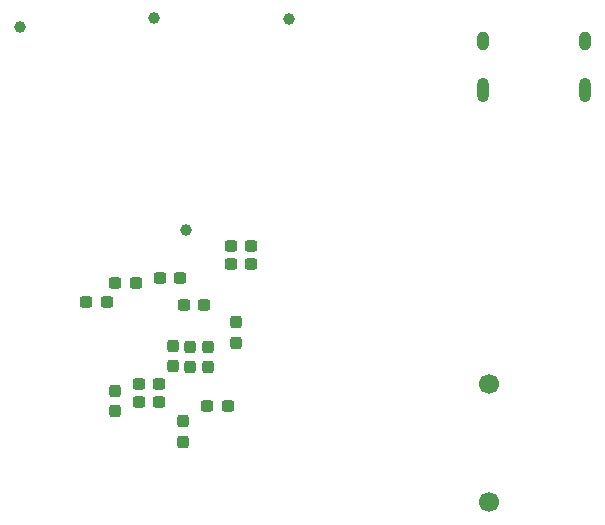
<source format=gbr>
%TF.GenerationSoftware,KiCad,Pcbnew,9.0.3*%
%TF.CreationDate,2025-07-24T02:47:58+05:30*%
%TF.ProjectId,DevBoard_F1C100s_Rev2,44657642-6f61-4726-945f-463143313030,rev?*%
%TF.SameCoordinates,Original*%
%TF.FileFunction,Soldermask,Bot*%
%TF.FilePolarity,Negative*%
%FSLAX46Y46*%
G04 Gerber Fmt 4.6, Leading zero omitted, Abs format (unit mm)*
G04 Created by KiCad (PCBNEW 9.0.3) date 2025-07-24 02:47:58*
%MOMM*%
%LPD*%
G01*
G04 APERTURE LIST*
G04 Aperture macros list*
%AMRoundRect*
0 Rectangle with rounded corners*
0 $1 Rounding radius*
0 $2 $3 $4 $5 $6 $7 $8 $9 X,Y pos of 4 corners*
0 Add a 4 corners polygon primitive as box body*
4,1,4,$2,$3,$4,$5,$6,$7,$8,$9,$2,$3,0*
0 Add four circle primitives for the rounded corners*
1,1,$1+$1,$2,$3*
1,1,$1+$1,$4,$5*
1,1,$1+$1,$6,$7*
1,1,$1+$1,$8,$9*
0 Add four rect primitives between the rounded corners*
20,1,$1+$1,$2,$3,$4,$5,0*
20,1,$1+$1,$4,$5,$6,$7,0*
20,1,$1+$1,$6,$7,$8,$9,0*
20,1,$1+$1,$8,$9,$2,$3,0*%
G04 Aperture macros list end*
%ADD10C,1.700000*%
%ADD11C,1.000000*%
%ADD12RoundRect,0.237500X0.300000X0.237500X-0.300000X0.237500X-0.300000X-0.237500X0.300000X-0.237500X0*%
%ADD13RoundRect,0.237500X-0.300000X-0.237500X0.300000X-0.237500X0.300000X0.237500X-0.300000X0.237500X0*%
%ADD14RoundRect,0.237500X-0.237500X0.300000X-0.237500X-0.300000X0.237500X-0.300000X0.237500X0.300000X0*%
%ADD15RoundRect,0.237500X0.237500X-0.300000X0.237500X0.300000X-0.237500X0.300000X-0.237500X-0.300000X0*%
%ADD16O,1.000000X2.100000*%
%ADD17O,1.000000X1.600000*%
G04 APERTURE END LIST*
D10*
%TO.C,J2*%
X179400000Y-64200000D03*
X179400000Y-74200000D03*
%TD*%
D11*
%TO.C,TP5*%
X151012500Y-33175000D03*
%TD*%
%TO.C,TP4*%
X139699999Y-33987501D03*
%TD*%
D12*
%TO.C,C9*%
X147737500Y-55650000D03*
X149462500Y-55650000D03*
%TD*%
%TO.C,C12*%
X145287500Y-57225000D03*
X147012500Y-57225000D03*
%TD*%
D13*
%TO.C,C8*%
X153237500Y-55200000D03*
X151512500Y-55200000D03*
%TD*%
D12*
%TO.C,C5*%
X149737500Y-64200000D03*
X151462500Y-64200000D03*
%TD*%
D14*
%TO.C,C14*%
X147700000Y-64737500D03*
X147700000Y-66462500D03*
%TD*%
D15*
%TO.C,C4*%
X154100000Y-61025000D03*
X154100000Y-62750000D03*
%TD*%
%TO.C,C3*%
X155600000Y-61025000D03*
X155600000Y-62750000D03*
%TD*%
D13*
%TO.C,C18*%
X155537500Y-66025000D03*
X157262500Y-66025000D03*
%TD*%
D14*
%TO.C,C7*%
X153475000Y-67337500D03*
X153475000Y-69062500D03*
%TD*%
D15*
%TO.C,C2*%
X152600000Y-60937500D03*
X152600000Y-62662500D03*
%TD*%
D13*
%TO.C,C15*%
X157512500Y-54050000D03*
X159237500Y-54050000D03*
%TD*%
%TO.C,C13*%
X157500000Y-52475000D03*
X159225000Y-52475000D03*
%TD*%
D15*
%TO.C,C11*%
X158000000Y-60662500D03*
X158000000Y-58937500D03*
%TD*%
D11*
%TO.C,TP6*%
X162476307Y-33305999D03*
%TD*%
%TO.C,TP3*%
X153725000Y-51175000D03*
%TD*%
D16*
%TO.C,J3*%
X187520000Y-39278000D03*
D17*
X187520000Y-35098000D03*
D16*
X178880000Y-39278000D03*
D17*
X178880000Y-35098000D03*
%TD*%
D12*
%TO.C,C10*%
X155262500Y-57450000D03*
X153537500Y-57450000D03*
%TD*%
%TO.C,C6*%
X149750000Y-65700000D03*
X151475000Y-65700000D03*
%TD*%
M02*

</source>
